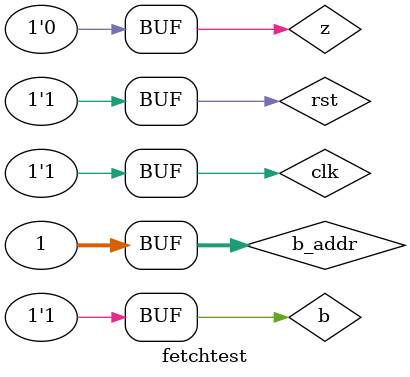
<source format=v>
`timescale 1ns / 1ps


module fetchtest;

	// Inputs
	reg clk;
	reg rst;
	reg [31:0] b_addr;
	reg z;
	reg b;

	// Outputs
	wire [31:0] addr;

	// Instantiate the Unit Under Test (UUT)
	fetch uut (
		.clk(clk), 
		.rst(rst), 
		.b_addr(b_addr), 
		.z(z), 
		.b(b), 
		.addr(addr)
	);

	initial begin
		// Initialize Inputs
		clk = 0;
		rst = 0;
		b_addr = 0;
		z = 0;
		b = 0;
		
		// Wait 100 ns for global reset to finish
		#100;clk=0;rst=0;b_addr=32'h00000001;
		#100;clk=1;
		#100;clk=0;b=1;z=1;rst=1;
      #100;clk=1;  
		#100;clk=0;b=0;z=1;
      #100;clk=1;  
		#100;clk=0;b=1;z=0;
      #100;clk=1;
		// Add stimulus here

	end
      
endmodule


</source>
